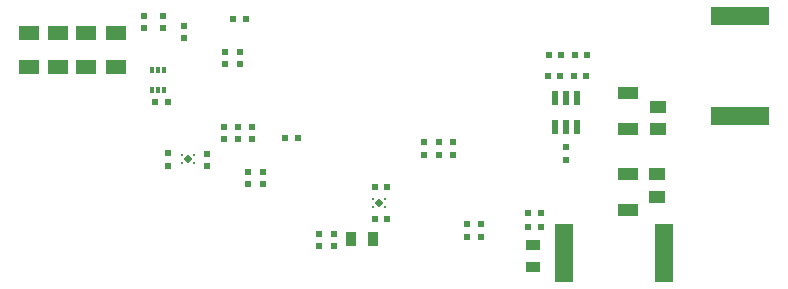
<source format=gbp>
G04*
G04 #@! TF.GenerationSoftware,Altium Limited,Altium Designer,21.2.2 (38)*
G04*
G04 Layer_Color=128*
%FSLAX44Y44*%
%MOMM*%
G71*
G04*
G04 #@! TF.SameCoordinates,E7746868-0F62-4201-A4F5-850C2E651218*
G04*
G04*
G04 #@! TF.FilePolarity,Positive*
G04*
G01*
G75*
%ADD21R,0.6000X0.5000*%
%ADD27R,1.2500X0.9000*%
%ADD28R,0.9000X1.2500*%
%ADD34R,0.5000X0.6000*%
%ADD38R,1.6000X4.9000*%
%ADD39R,4.9000X1.6000*%
%ADD91R,1.3970X1.0160*%
%ADD92R,0.2400X0.2100*%
%ADD93P,0.6788X4X180.0*%
%ADD94R,0.6000X1.2000*%
%ADD95R,1.6510X1.0160*%
%ADD96R,0.3000X0.4750*%
%ADD97R,1.8000X1.1500*%
D21*
X151001Y210251D02*
D03*
Y220750D02*
D03*
X366499Y122249D02*
D03*
Y111750D02*
D03*
X353999Y122249D02*
D03*
Y111750D02*
D03*
X217501Y86751D02*
D03*
Y97250D02*
D03*
X205001Y86751D02*
D03*
Y97250D02*
D03*
X402499Y52749D02*
D03*
Y42250D02*
D03*
X390499Y52749D02*
D03*
Y42250D02*
D03*
X277501Y34251D02*
D03*
Y44750D02*
D03*
X265501Y34251D02*
D03*
Y44750D02*
D03*
X474501Y107251D02*
D03*
Y117750D02*
D03*
X170500Y102000D02*
D03*
Y112500D02*
D03*
X137501Y102251D02*
D03*
Y112750D02*
D03*
X208499Y135249D02*
D03*
Y124750D02*
D03*
X186001Y188251D02*
D03*
Y198750D02*
D03*
X198001Y188251D02*
D03*
Y198750D02*
D03*
X196499Y135249D02*
D03*
Y124750D02*
D03*
X184499Y135249D02*
D03*
Y124750D02*
D03*
X378999Y111750D02*
D03*
Y122249D02*
D03*
X133001Y229250D02*
D03*
Y218751D02*
D03*
X117000Y229000D02*
D03*
Y218500D02*
D03*
D27*
X446750Y34750D02*
D03*
Y16750D02*
D03*
D28*
X310500Y40500D02*
D03*
X292500D02*
D03*
D34*
X452749Y62001D02*
D03*
X442250D02*
D03*
X452749Y50001D02*
D03*
X442250D02*
D03*
X126751Y155999D02*
D03*
X137250D02*
D03*
X322749Y57001D02*
D03*
X312250D02*
D03*
X312251Y83999D02*
D03*
X322750D02*
D03*
X192751Y226499D02*
D03*
X203250D02*
D03*
X481750Y196001D02*
D03*
X492249D02*
D03*
X470250Y195999D02*
D03*
X459751D02*
D03*
X469500Y178500D02*
D03*
X459000D02*
D03*
X480999Y178501D02*
D03*
X491499D02*
D03*
X236750Y125501D02*
D03*
X247249D02*
D03*
D38*
X557500Y28250D02*
D03*
X472500D02*
D03*
D39*
X621750Y144000D02*
D03*
Y229000D02*
D03*
D91*
X552000Y133000D02*
D03*
Y152050D02*
D03*
X551500Y75950D02*
D03*
Y95000D02*
D03*
D92*
X149500Y111000D02*
D03*
X149500Y104500D02*
D03*
X159000D02*
D03*
Y111000D02*
D03*
X311264Y67214D02*
D03*
Y73714D02*
D03*
X320764D02*
D03*
X320764Y67214D02*
D03*
D93*
X154250Y107750D02*
D03*
X316014Y70464D02*
D03*
D94*
X465000Y160000D02*
D03*
X474500D02*
D03*
X484000D02*
D03*
Y135000D02*
D03*
X474500D02*
D03*
X465000D02*
D03*
D95*
X527000Y163480D02*
D03*
Y133000D02*
D03*
X526500Y95480D02*
D03*
Y65000D02*
D03*
D96*
X124000Y183380D02*
D03*
X129000D02*
D03*
X134000D02*
D03*
Y166620D02*
D03*
X129000D02*
D03*
X124000D02*
D03*
D97*
X20000Y185500D02*
D03*
Y214500D02*
D03*
X93000Y185500D02*
D03*
Y214500D02*
D03*
X68000D02*
D03*
Y185500D02*
D03*
X44000D02*
D03*
Y214500D02*
D03*
M02*

</source>
